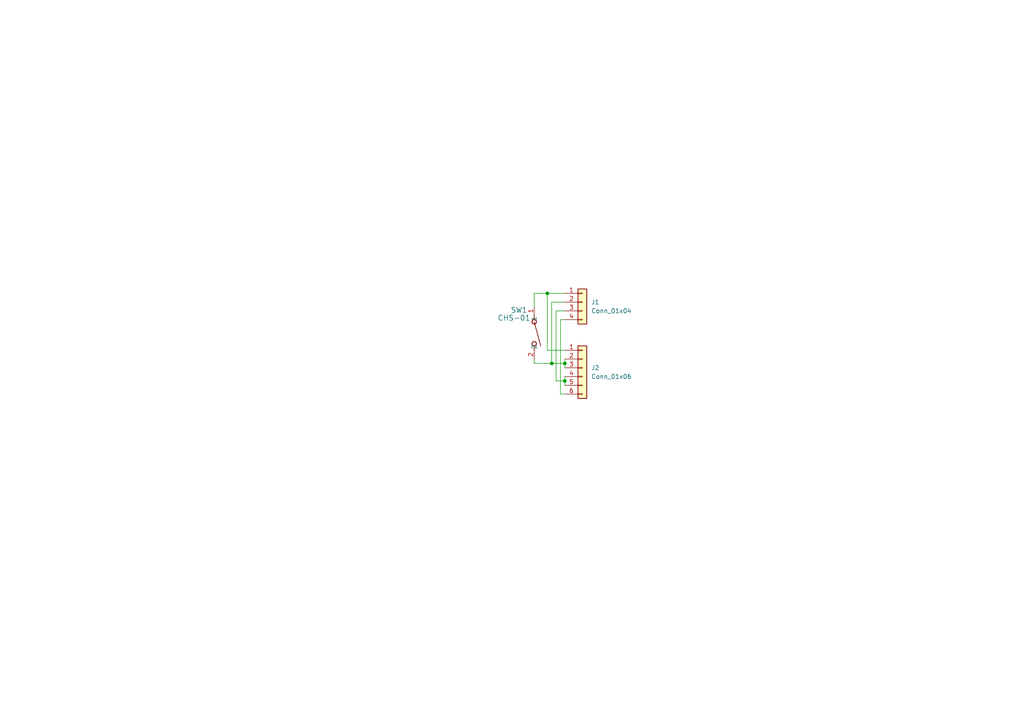
<source format=kicad_sch>
(kicad_sch (version 20231120) (generator "eeschema") (generator_version "8.0")
  (paper "A4")
  (lib_symbols
    (symbol "CHS-01:CHS-01" (pin_names (offset 0.254))
      (property "Reference" "SW" (at 7.62 3.81 0))
      (property "Value" "CHS-01" (at 0 3.81 0))
      (property "Footprint" "Library:CHS-01B_NDC" (at 13.97 -4.318 0))
      (symbol "CHS-01_0_1"
        (polyline (pts (xy 2.54 0) (xy 3.81 0)) (stroke (width 0.2032)))
        (polyline (pts (xy 4.445 0) (xy 11.43 1.905)) (stroke (width 0.2032)))
        (polyline (pts (xy 12.7 0) (xy 11.43 0)) (stroke (width 0.2032)))
        (circle (center 4.445 0) (radius 0.635) (stroke (width 0.254)))
        (circle (center 10.795 0) (radius 0.635) (stroke (width 0.254)))
        (pin unspecified line (at 0 0 0) (length 2.54) (name "1") (number "1"))
        (pin unspecified line (at 15.24 0 180) (length 2.54) (name "2") (number "2"))
      )
    )
    (symbol "Connector_Generic:Conn_01x04" (pin_names (offset 1.016) hide)
      (property "Reference" "J" (at 0 5.08 0))
      (property "Value" "Conn_01x04" (at 0 -7.62 0))
      (symbol "Conn_01x04_1_1"
        (rectangle (start -1.27 -4.953) (end 0 -5.207) (stroke (width 0.1524)))
        (rectangle (start -1.27 -2.413) (end 0 -2.667) (stroke (width 0.1524)))
        (rectangle (start -1.27 0.127) (end 0 -0.127) (stroke (width 0.1524)))
        (rectangle (start -1.27 2.667) (end 0 2.413) (stroke (width 0.1524)))
        (rectangle (start -1.27 3.81) (end 1.27 -6.35) (stroke (width 0.254)) (fill (type background)))
        (pin passive line (at -5.08 2.54 0) (length 3.81) (name "Pin_1") (number "1"))
        (pin passive line (at -5.08 0 0) (length 3.81) (name "Pin_2") (number "2"))
        (pin passive line (at -5.08 -2.54 0) (length 3.81) (name "Pin_3") (number "3"))
        (pin passive line (at -5.08 -5.08 0) (length 3.81) (name "Pin_4") (number "4"))
      )
    )
    (symbol "Connector_Generic:Conn_01x06" (pin_names (offset 1.016) hide)
      (property "Reference" "J" (at 0 7.62 0))
      (property "Value" "Conn_01x06" (at 0 -10.16 0))
      (symbol "Conn_01x06_1_1"
        (rectangle (start -1.27 -7.493) (end 0 -7.747) (stroke (width 0.1524)))
        (rectangle (start -1.27 -4.953) (end 0 -5.207) (stroke (width 0.1524)))
        (rectangle (start -1.27 -2.413) (end 0 -2.667) (stroke (width 0.1524)))
        (rectangle (start -1.27 0.127) (end 0 -0.127) (stroke (width 0.1524)))
        (rectangle (start -1.27 2.667) (end 0 2.413) (stroke (width 0.1524)))
        (rectangle (start -1.27 5.207) (end 0 4.953) (stroke (width 0.1524)))
        (rectangle (start -1.27 6.35) (end 1.27 -8.89) (stroke (width 0.254)) (fill (type background)))
        (pin passive line (at -5.08 5.08 0) (length 3.81) (name "Pin_1") (number "1"))
        (pin passive line (at -5.08 2.54 0) (length 3.81) (name "Pin_2") (number "2"))
        (pin passive line (at -5.08 0 0) (length 3.81) (name "Pin_3") (number "3"))
        (pin passive line (at -5.08 -2.54 0) (length 3.81) (name "Pin_4") (number "4"))
        (pin passive line (at -5.08 -5.08 0) (length 3.81) (name "Pin_5") (number "5"))
        (pin passive line (at -5.08 -7.62 0) (length 3.81) (name "Pin_6") (number "6"))
      )
    )
  )
  (junction (at 160.02 105.41))
  (junction (at 163.83 105.41))
  (junction (at 158.75 85.09))
  (junction (at 163.83 110.49))
  (wire (pts (xy 154.94 105.41) (xy 160.02 105.41)))
  (wire (pts (xy 154.94 88.9) (xy 154.94 85.09)))
  (wire (pts (xy 154.94 104.14) (xy 154.94 105.41)))
  (wire (pts (xy 160.02 105.41) (xy 163.83 105.41)))
  (wire (pts (xy 163.83 85.09) (xy 158.75 85.09)))
  (wire (pts (xy 163.83 110.49) (xy 163.83 111.76)))
  (wire (pts (xy 160.02 87.63) (xy 160.02 105.41)))
  (wire (pts (xy 163.83 109.22) (xy 163.83 110.49)))
  (wire (pts (xy 163.83 90.17) (xy 161.29 90.17)))
  (wire (pts (xy 161.29 110.49) (xy 163.83 110.49)))
  (wire (pts (xy 158.75 101.6) (xy 163.83 101.6)))
  (wire (pts (xy 158.75 85.09) (xy 158.75 101.6)))
  (wire (pts (xy 161.29 90.17) (xy 161.29 110.49)))
  (wire (pts (xy 162.56 92.71) (xy 162.56 114.3)))
  (wire (pts (xy 163.83 104.14) (xy 163.83 105.41)))
  (wire (pts (xy 163.83 87.63) (xy 160.02 87.63)))
  (wire (pts (xy 163.83 92.71) (xy 162.56 92.71)))
  (wire (pts (xy 154.94 85.09) (xy 158.75 85.09)))
  (wire (pts (xy 162.56 114.3) (xy 163.83 114.3)))
  (wire (pts (xy 163.83 105.41) (xy 163.83 106.68)))
  (symbol (lib_id "Connector_Generic:Conn_01x06") (at 168.91 106.68 0) (unit 1)
    (property "Reference" "J2" (at 171.45 106.6799 0) (effects (justify left)))
    (property "Value" "Conn_01x06" (at 171.45 109.2199 0) (effects (justify left)))
    (property "Footprint" "Library:PinHeader_2x04_6pop_P2.54mmX7.62mm_Vertical" (effects (hide yes)))
    (property "Description" "Generic connector, single row, 01x06, script generated (kicad-library-utils/schlib/autogen/connector/)" (effects (hide yes)))
  )
  (symbol (lib_id "Connector_Generic:Conn_01x04") (at 168.91 87.63 0) (unit 1)
    (property "Reference" "J1" (at 171.45 87.6299 0) (effects (justify left)))
    (property "Value" "Conn_01x04" (at 171.45 90.1699 0) (effects (justify left)))
    (property "Footprint" "Library:PinHeader_2x07_4pop_P2.54mmX7.62mm_Vertical" (effects (hide yes)))
    (property "Description" "Generic connector, single row, 01x04, script generated (kicad-library-utils/schlib/autogen/connector/)" (effects (hide yes)))
  )
  (symbol (lib_id "CHS-01:CHS-01") (at 154.94 88.9 270) (unit 1)
    (property "Reference" "SW1" (at 148.082 89.916 90) (effects (font (size 1.524 1.524)) (justify left)))
    (property "Value" "CHS-01" (at 144.272 92.202 90) (effects (font (size 1.524 1.524)) (justify left)))
    (property "Footprint" "Library:CHS-01B_NDC" (effects (hide yes)))
    (property "Datasheet" "https://www.nidec-components.com/e/catalog/switch/chs.pdf" (effects (hide yes)))
  )
)
</source>
